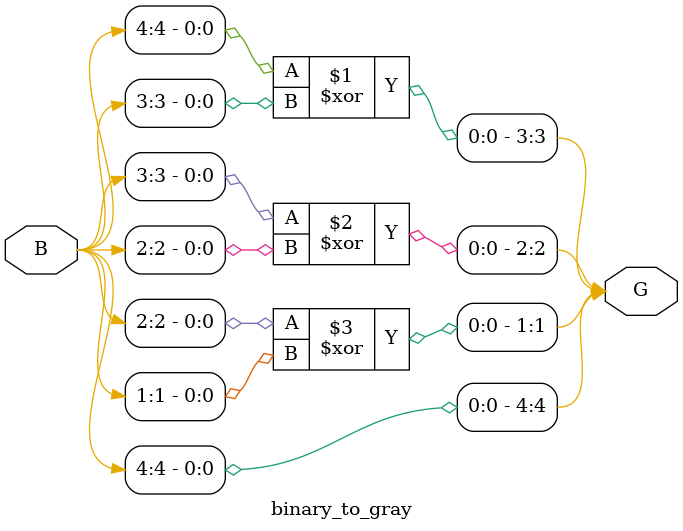
<source format=v>
`timescale 1ns / 1ps


module binary_to_gray(B,G);
input [4:1]B;     // binary input
output [4:1]G;     // gray code output

assign G[4] = B[4];
assign G[3] = B[4] ^ B[3];
assign G[2] = B[3] ^ B[2];
assign G[1] = B[2] ^ B[1];

endmodule

</source>
